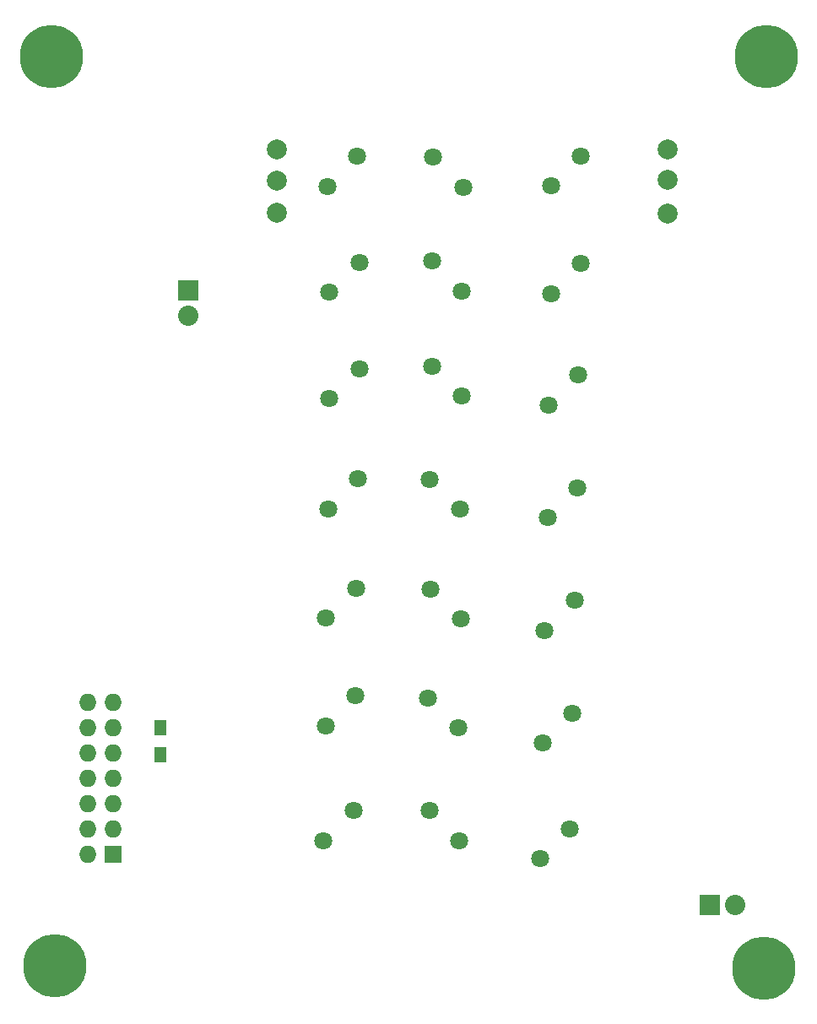
<source format=gbs>
G04 #@! TF.FileFunction,Soldermask,Bot*
%FSLAX46Y46*%
G04 Gerber Fmt 4.6, Leading zero omitted, Abs format (unit mm)*
G04 Created by KiCad (PCBNEW 4.0.1-stable) date 14/03/2016 16:10:45*
%MOMM*%
G01*
G04 APERTURE LIST*
%ADD10C,0.100000*%
%ADD11C,6.350000*%
%ADD12R,2.032000X2.032000*%
%ADD13O,2.032000X2.032000*%
%ADD14R,1.727200X1.727200*%
%ADD15O,1.727200X1.727200*%
%ADD16R,1.300000X1.500000*%
%ADD17C,1.800000*%
%ADD18C,1.998980*%
G04 APERTURE END LIST*
D10*
D11*
X185610500Y-44958000D03*
X113855500Y-44958000D03*
X114236500Y-136207500D03*
X185356500Y-136398000D03*
D12*
X127635000Y-68453000D03*
D13*
X127635000Y-70993000D03*
D12*
X179959000Y-130048000D03*
D13*
X182499000Y-130048000D03*
D14*
X120078500Y-125031500D03*
D15*
X117538500Y-125031500D03*
X120078500Y-122491500D03*
X117538500Y-122491500D03*
X120078500Y-119951500D03*
X117538500Y-119951500D03*
X120078500Y-117411500D03*
X117538500Y-117411500D03*
X120078500Y-114871500D03*
X117538500Y-114871500D03*
X120078500Y-112331500D03*
X117538500Y-112331500D03*
X120078500Y-109791500D03*
X117538500Y-109791500D03*
D16*
X124841000Y-112315000D03*
X124841000Y-115015000D03*
D17*
X141565500Y-58015000D03*
X144565500Y-55015000D03*
X141756000Y-68619500D03*
X144756000Y-65619500D03*
X141756000Y-79287500D03*
X144756000Y-76287500D03*
X141629000Y-90336500D03*
X144629000Y-87336500D03*
X141438500Y-101322000D03*
X144438500Y-98322000D03*
X141375000Y-112117000D03*
X144375000Y-109117000D03*
X141184500Y-123610500D03*
X144184500Y-120610500D03*
X152170000Y-55078500D03*
X155170000Y-58078500D03*
X152043000Y-65492500D03*
X155043000Y-68492500D03*
X152043000Y-76033500D03*
X155043000Y-79033500D03*
X151852500Y-87400000D03*
X154852500Y-90400000D03*
X151916000Y-98385500D03*
X154916000Y-101385500D03*
X151662000Y-109307500D03*
X154662000Y-112307500D03*
X151789000Y-120610500D03*
X154789000Y-123610500D03*
X163981000Y-57951500D03*
X166981000Y-54951500D03*
X163981000Y-68746500D03*
X166981000Y-65746500D03*
X163727000Y-79922500D03*
X166727000Y-76922500D03*
X163663500Y-91225500D03*
X166663500Y-88225500D03*
X163346000Y-102528500D03*
X166346000Y-99528500D03*
X163155500Y-113831500D03*
X166155500Y-110831500D03*
X162901500Y-125452000D03*
X165901500Y-122452000D03*
D18*
X136525000Y-60642500D03*
X136461500Y-54292500D03*
X136461500Y-57467500D03*
X175704500Y-57340500D03*
X175704500Y-54292500D03*
X175704500Y-60706000D03*
M02*

</source>
